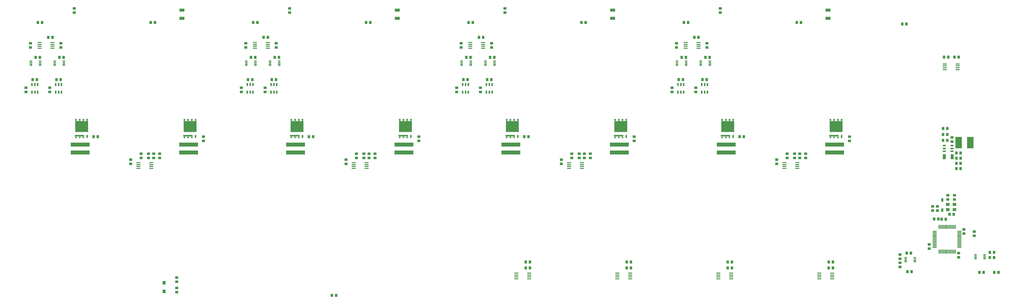
<source format=gbr>
G04 EAGLE Gerber RS-274X export*
G75*
%MOMM*%
%FSLAX34Y34*%
%LPD*%
%INSolderpaste Top*%
%IPPOS*%
%AMOC8*
5,1,8,0,0,1.08239X$1,22.5*%
G01*
%ADD10R,1.041400X0.812800*%
%ADD11R,0.812800X1.041400*%
%ADD12R,1.780000X1.070000*%
%ADD13R,1.070000X1.780000*%
%ADD14R,0.800000X1.150000*%
%ADD15R,1.120000X1.240000*%
%ADD16R,1.050000X0.550000*%
%ADD17R,0.850000X0.300000*%
%ADD18R,1.400000X0.450000*%
%ADD19R,0.300000X1.475000*%
%ADD20R,1.475000X0.300000*%
%ADD21R,2.300000X4.000000*%
%ADD22R,0.550000X1.050000*%
%ADD23R,0.500000X0.500000*%
%ADD24R,0.500000X1.100000*%
%ADD25R,0.600000X0.800000*%
%ADD26R,4.410000X3.750000*%
%ADD27R,3.200000X0.600000*%
%ADD28R,6.500000X1.350000*%
%ADD29R,1.300000X1.100000*%


D10*
X3014980Y192621D03*
X3014980Y178219D03*
D11*
X3208439Y487680D03*
X3222841Y487680D03*
X102019Y937260D03*
X116421Y937260D03*
X1735239Y147320D03*
X1749641Y147320D03*
D10*
X190500Y1021499D03*
X190500Y1035901D03*
D12*
X558800Y1029600D03*
X558800Y1002400D03*
D11*
X1735239Y167640D03*
X1749641Y167640D03*
X58839Y868680D03*
X73241Y868680D03*
D10*
X444500Y523659D03*
X444500Y538061D03*
D11*
X140119Y868680D03*
X154521Y868680D03*
X3208439Y505460D03*
X3222841Y505460D03*
D10*
X3215640Y183299D03*
X3215640Y197701D03*
X3233420Y264579D03*
X3233420Y278981D03*
X3126740Y357721D03*
X3126740Y343319D03*
X3201416Y395821D03*
X3201416Y381419D03*
X3178810Y396075D03*
X3178810Y381673D03*
D11*
X3038259Y198120D03*
X3052661Y198120D03*
X3172041Y313944D03*
X3157639Y313944D03*
D10*
X3115564Y213271D03*
X3115564Y227673D03*
D11*
X3337141Y200660D03*
X3322739Y200660D03*
X1072299Y53340D03*
X1086701Y53340D03*
D10*
X3192780Y579539D03*
X3192780Y593941D03*
D13*
X3166480Y528320D03*
X3193680Y528320D03*
D11*
X3215729Y868934D03*
X3201327Y868934D03*
X3165767Y868934D03*
X3180169Y868934D03*
X3162719Y604520D03*
X3177121Y604520D03*
X3208439Y541020D03*
X3222841Y541020D03*
X3208439Y523240D03*
X3222841Y523240D03*
D14*
X3159760Y379958D03*
X3159760Y344958D03*
D15*
X497840Y66280D03*
X497840Y96280D03*
D16*
X3167080Y565760D03*
X3167080Y556260D03*
X3167080Y546760D03*
X3193080Y546760D03*
X3193080Y556260D03*
X3193080Y565760D03*
D17*
X42670Y855860D03*
X42670Y850860D03*
X42670Y845860D03*
X42670Y840860D03*
X74170Y840860D03*
X74170Y845860D03*
X74170Y850860D03*
X74170Y855860D03*
D18*
X1702660Y129130D03*
X1702660Y122630D03*
X1702660Y116130D03*
X1702660Y109630D03*
X1746660Y109630D03*
X1746660Y116130D03*
X1746660Y122630D03*
X1746660Y129130D03*
X71980Y919070D03*
X71980Y912570D03*
X71980Y906070D03*
X71980Y899570D03*
X115980Y899570D03*
X115980Y906070D03*
X115980Y912570D03*
X115980Y919070D03*
X409800Y507590D03*
X409800Y501090D03*
X409800Y494590D03*
X409800Y488090D03*
X453800Y488090D03*
X453800Y494590D03*
X453800Y501090D03*
X453800Y507590D03*
D17*
X123950Y855860D03*
X123950Y850860D03*
X123950Y845860D03*
X123950Y840860D03*
X155450Y840860D03*
X155450Y845860D03*
X155450Y850860D03*
X155450Y855860D03*
D18*
X3168748Y845664D03*
X3168748Y839164D03*
X3168748Y832664D03*
X3168748Y826164D03*
X3212748Y826164D03*
X3212748Y832664D03*
X3212748Y839164D03*
X3212748Y845664D03*
D17*
X3066290Y167760D03*
X3066290Y172760D03*
X3066290Y177760D03*
X3066290Y182760D03*
X3034790Y182760D03*
X3034790Y177760D03*
X3034790Y172760D03*
X3034790Y167760D03*
D19*
X3203988Y287272D03*
X3198988Y287272D03*
X3193988Y287272D03*
X3188988Y287272D03*
X3183988Y287272D03*
X3178988Y287272D03*
X3173988Y287272D03*
X3168988Y287272D03*
X3163988Y287272D03*
X3158988Y287272D03*
X3153988Y287272D03*
X3148988Y287272D03*
D20*
X3134108Y272392D03*
X3134108Y267392D03*
X3134108Y262392D03*
X3134108Y257392D03*
X3134108Y252392D03*
X3134108Y247392D03*
X3134108Y242392D03*
X3134108Y237392D03*
X3134108Y232392D03*
X3134108Y227392D03*
X3134108Y222392D03*
X3134108Y217392D03*
D19*
X3148988Y202512D03*
X3153988Y202512D03*
X3158988Y202512D03*
X3163988Y202512D03*
X3168988Y202512D03*
X3173988Y202512D03*
X3178988Y202512D03*
X3183988Y202512D03*
X3188988Y202512D03*
X3193988Y202512D03*
X3198988Y202512D03*
X3203988Y202512D03*
D20*
X3218868Y217392D03*
X3218868Y222392D03*
X3218868Y227392D03*
X3218868Y232392D03*
X3218868Y237392D03*
X3218868Y242392D03*
X3218868Y247392D03*
X3218868Y252392D03*
X3218868Y257392D03*
X3218868Y262392D03*
X3218868Y267392D03*
X3218868Y272392D03*
D17*
X3273550Y192920D03*
X3273550Y187920D03*
X3273550Y182920D03*
X3273550Y177920D03*
X3305050Y177920D03*
X3305050Y182920D03*
X3305050Y187920D03*
X3305050Y192920D03*
D21*
X3215960Y576580D03*
X3255960Y576580D03*
D22*
X46380Y749000D03*
X55880Y749000D03*
X65380Y749000D03*
X65380Y775000D03*
X55880Y775000D03*
X46380Y775000D03*
D23*
X196850Y594090D03*
X209550Y594090D03*
X222250Y594090D03*
D24*
X234950Y597090D03*
D25*
X234950Y654090D03*
X222250Y654090D03*
X209550Y654090D03*
X196850Y654090D03*
D26*
X215900Y631340D03*
D27*
X208750Y599590D03*
D22*
X127660Y749000D03*
X137160Y749000D03*
X146660Y749000D03*
X146660Y775000D03*
X137160Y775000D03*
X127660Y775000D03*
D23*
X567690Y594090D03*
X580390Y594090D03*
X593090Y594090D03*
D24*
X605790Y597090D03*
D25*
X605790Y654090D03*
X593090Y654090D03*
X580390Y654090D03*
X567690Y654090D03*
D26*
X586740Y631340D03*
D27*
X579590Y599590D03*
D11*
X3162719Y624840D03*
X3177121Y624840D03*
D10*
X3268980Y271361D03*
X3268980Y256959D03*
X383540Y503339D03*
X383540Y517741D03*
X40640Y902119D03*
X40640Y916521D03*
D11*
X63081Y792480D03*
X48679Y792480D03*
X66459Y988060D03*
X80861Y988060D03*
D10*
X25400Y764121D03*
X25400Y749719D03*
D11*
X271361Y596900D03*
X256959Y596900D03*
D28*
X210820Y542760D03*
X210820Y569760D03*
D10*
X419100Y523659D03*
X419100Y538061D03*
D11*
X3023019Y982980D03*
X3037421Y982980D03*
D10*
X144780Y902119D03*
X144780Y916521D03*
D11*
X144361Y792480D03*
X129959Y792480D03*
X452539Y988060D03*
X466941Y988060D03*
D10*
X106680Y764121D03*
X106680Y749719D03*
X632460Y582079D03*
X632460Y596481D03*
D28*
X581660Y542760D03*
X581660Y569760D03*
D11*
X3322739Y182880D03*
X3337141Y182880D03*
D10*
X541020Y78321D03*
X541020Y63919D03*
X541020Y113881D03*
X541020Y99479D03*
D11*
X3162719Y584200D03*
X3177121Y584200D03*
X3337979Y132080D03*
X3352381Y132080D03*
D10*
X3143504Y357975D03*
X3143504Y343573D03*
D11*
X3287179Y132080D03*
X3301581Y132080D03*
D10*
X3014980Y150279D03*
X3014980Y164681D03*
D11*
X3040799Y134620D03*
X3055201Y134620D03*
X3184817Y330454D03*
X3199219Y330454D03*
X3146133Y314452D03*
X3131731Y314452D03*
D29*
X3178740Y346600D03*
X3201740Y346600D03*
X3201740Y364600D03*
X3178740Y364600D03*
D10*
X462280Y523659D03*
X462280Y538061D03*
X482600Y523659D03*
X482600Y538061D03*
D11*
X838619Y937260D03*
X853021Y937260D03*
X2080679Y147320D03*
X2095081Y147320D03*
D10*
X927100Y1021499D03*
X927100Y1035901D03*
D12*
X1295400Y1029600D03*
X1295400Y1002400D03*
D11*
X2080679Y167640D03*
X2095081Y167640D03*
X795439Y868680D03*
X809841Y868680D03*
D10*
X1181100Y523659D03*
X1181100Y538061D03*
D11*
X876719Y868680D03*
X891121Y868680D03*
D17*
X779270Y855860D03*
X779270Y850860D03*
X779270Y845860D03*
X779270Y840860D03*
X810770Y840860D03*
X810770Y845860D03*
X810770Y850860D03*
X810770Y855860D03*
D18*
X2048100Y129130D03*
X2048100Y122630D03*
X2048100Y116130D03*
X2048100Y109630D03*
X2092100Y109630D03*
X2092100Y116130D03*
X2092100Y122630D03*
X2092100Y129130D03*
X808580Y919070D03*
X808580Y912570D03*
X808580Y906070D03*
X808580Y899570D03*
X852580Y899570D03*
X852580Y906070D03*
X852580Y912570D03*
X852580Y919070D03*
X1146400Y507590D03*
X1146400Y501090D03*
X1146400Y494590D03*
X1146400Y488090D03*
X1190400Y488090D03*
X1190400Y494590D03*
X1190400Y501090D03*
X1190400Y507590D03*
D17*
X860550Y855860D03*
X860550Y850860D03*
X860550Y845860D03*
X860550Y840860D03*
X892050Y840860D03*
X892050Y845860D03*
X892050Y850860D03*
X892050Y855860D03*
D22*
X782980Y749000D03*
X792480Y749000D03*
X801980Y749000D03*
X801980Y775000D03*
X792480Y775000D03*
X782980Y775000D03*
D23*
X933450Y594090D03*
X946150Y594090D03*
X958850Y594090D03*
D24*
X971550Y597090D03*
D25*
X971550Y654090D03*
X958850Y654090D03*
X946150Y654090D03*
X933450Y654090D03*
D26*
X952500Y631340D03*
D27*
X945350Y599590D03*
D22*
X864260Y749000D03*
X873760Y749000D03*
X883260Y749000D03*
X883260Y775000D03*
X873760Y775000D03*
X864260Y775000D03*
D23*
X1304290Y594090D03*
X1316990Y594090D03*
X1329690Y594090D03*
D24*
X1342390Y597090D03*
D25*
X1342390Y654090D03*
X1329690Y654090D03*
X1316990Y654090D03*
X1304290Y654090D03*
D26*
X1323340Y631340D03*
D27*
X1316190Y599590D03*
D10*
X1120140Y503339D03*
X1120140Y517741D03*
X777240Y902119D03*
X777240Y916521D03*
D11*
X799681Y792480D03*
X785279Y792480D03*
X803059Y988060D03*
X817461Y988060D03*
D10*
X762000Y764121D03*
X762000Y749719D03*
D11*
X1007961Y596900D03*
X993559Y596900D03*
D28*
X947420Y542760D03*
X947420Y569760D03*
D10*
X1155700Y523659D03*
X1155700Y538061D03*
X881380Y902119D03*
X881380Y916521D03*
D11*
X880961Y792480D03*
X866559Y792480D03*
X1189139Y988060D03*
X1203541Y988060D03*
D10*
X843280Y764121D03*
X843280Y749719D03*
X1369060Y582079D03*
X1369060Y596481D03*
D28*
X1318260Y542760D03*
X1318260Y569760D03*
D10*
X1198880Y523659D03*
X1198880Y538061D03*
X1219200Y523659D03*
X1219200Y538061D03*
D11*
X1575219Y937260D03*
X1589621Y937260D03*
X2426119Y147320D03*
X2440521Y147320D03*
D10*
X1663700Y1021499D03*
X1663700Y1035901D03*
D12*
X2032000Y1029600D03*
X2032000Y1002400D03*
D11*
X2426119Y167640D03*
X2440521Y167640D03*
X1532039Y868680D03*
X1546441Y868680D03*
D10*
X1917700Y523659D03*
X1917700Y538061D03*
D11*
X1613319Y868680D03*
X1627721Y868680D03*
D17*
X1515870Y855860D03*
X1515870Y850860D03*
X1515870Y845860D03*
X1515870Y840860D03*
X1547370Y840860D03*
X1547370Y845860D03*
X1547370Y850860D03*
X1547370Y855860D03*
D18*
X2393540Y129130D03*
X2393540Y122630D03*
X2393540Y116130D03*
X2393540Y109630D03*
X2437540Y109630D03*
X2437540Y116130D03*
X2437540Y122630D03*
X2437540Y129130D03*
X1545180Y919070D03*
X1545180Y912570D03*
X1545180Y906070D03*
X1545180Y899570D03*
X1589180Y899570D03*
X1589180Y906070D03*
X1589180Y912570D03*
X1589180Y919070D03*
X1883000Y507590D03*
X1883000Y501090D03*
X1883000Y494590D03*
X1883000Y488090D03*
X1927000Y488090D03*
X1927000Y494590D03*
X1927000Y501090D03*
X1927000Y507590D03*
D17*
X1597150Y855860D03*
X1597150Y850860D03*
X1597150Y845860D03*
X1597150Y840860D03*
X1628650Y840860D03*
X1628650Y845860D03*
X1628650Y850860D03*
X1628650Y855860D03*
D22*
X1519580Y749000D03*
X1529080Y749000D03*
X1538580Y749000D03*
X1538580Y775000D03*
X1529080Y775000D03*
X1519580Y775000D03*
D23*
X1670050Y594090D03*
X1682750Y594090D03*
X1695450Y594090D03*
D24*
X1708150Y597090D03*
D25*
X1708150Y654090D03*
X1695450Y654090D03*
X1682750Y654090D03*
X1670050Y654090D03*
D26*
X1689100Y631340D03*
D27*
X1681950Y599590D03*
D22*
X1600860Y749000D03*
X1610360Y749000D03*
X1619860Y749000D03*
X1619860Y775000D03*
X1610360Y775000D03*
X1600860Y775000D03*
D23*
X2040890Y594090D03*
X2053590Y594090D03*
X2066290Y594090D03*
D24*
X2078990Y597090D03*
D25*
X2078990Y654090D03*
X2066290Y654090D03*
X2053590Y654090D03*
X2040890Y654090D03*
D26*
X2059940Y631340D03*
D27*
X2052790Y599590D03*
D10*
X1856740Y503339D03*
X1856740Y517741D03*
X1513840Y902119D03*
X1513840Y916521D03*
D11*
X1536281Y792480D03*
X1521879Y792480D03*
X1539659Y988060D03*
X1554061Y988060D03*
D10*
X1498600Y764121D03*
X1498600Y749719D03*
D11*
X1744561Y596900D03*
X1730159Y596900D03*
D28*
X1684020Y542760D03*
X1684020Y569760D03*
D10*
X1892300Y523659D03*
X1892300Y538061D03*
X1617980Y902119D03*
X1617980Y916521D03*
D11*
X1617561Y792480D03*
X1603159Y792480D03*
X1925739Y988060D03*
X1940141Y988060D03*
D10*
X1579880Y764121D03*
X1579880Y749719D03*
X2105660Y582079D03*
X2105660Y596481D03*
D28*
X2054860Y542760D03*
X2054860Y569760D03*
D10*
X1935480Y523659D03*
X1935480Y538061D03*
X1955800Y523659D03*
X1955800Y538061D03*
D11*
X2311819Y937260D03*
X2326221Y937260D03*
X2771559Y147320D03*
X2785961Y147320D03*
D10*
X2400300Y1021499D03*
X2400300Y1035901D03*
D12*
X2768600Y1029600D03*
X2768600Y1002400D03*
D11*
X2771559Y167640D03*
X2785961Y167640D03*
X2268639Y868680D03*
X2283041Y868680D03*
D10*
X2654300Y523659D03*
X2654300Y538061D03*
D11*
X2349919Y868680D03*
X2364321Y868680D03*
D17*
X2252470Y855860D03*
X2252470Y850860D03*
X2252470Y845860D03*
X2252470Y840860D03*
X2283970Y840860D03*
X2283970Y845860D03*
X2283970Y850860D03*
X2283970Y855860D03*
D18*
X2738980Y129130D03*
X2738980Y122630D03*
X2738980Y116130D03*
X2738980Y109630D03*
X2782980Y109630D03*
X2782980Y116130D03*
X2782980Y122630D03*
X2782980Y129130D03*
X2281780Y919070D03*
X2281780Y912570D03*
X2281780Y906070D03*
X2281780Y899570D03*
X2325780Y899570D03*
X2325780Y906070D03*
X2325780Y912570D03*
X2325780Y919070D03*
X2619600Y507590D03*
X2619600Y501090D03*
X2619600Y494590D03*
X2619600Y488090D03*
X2663600Y488090D03*
X2663600Y494590D03*
X2663600Y501090D03*
X2663600Y507590D03*
D17*
X2333750Y855860D03*
X2333750Y850860D03*
X2333750Y845860D03*
X2333750Y840860D03*
X2365250Y840860D03*
X2365250Y845860D03*
X2365250Y850860D03*
X2365250Y855860D03*
D22*
X2256180Y749000D03*
X2265680Y749000D03*
X2275180Y749000D03*
X2275180Y775000D03*
X2265680Y775000D03*
X2256180Y775000D03*
D23*
X2406650Y594090D03*
X2419350Y594090D03*
X2432050Y594090D03*
D24*
X2444750Y597090D03*
D25*
X2444750Y654090D03*
X2432050Y654090D03*
X2419350Y654090D03*
X2406650Y654090D03*
D26*
X2425700Y631340D03*
D27*
X2418550Y599590D03*
D22*
X2337460Y749000D03*
X2346960Y749000D03*
X2356460Y749000D03*
X2356460Y775000D03*
X2346960Y775000D03*
X2337460Y775000D03*
D23*
X2777490Y594090D03*
X2790190Y594090D03*
X2802890Y594090D03*
D24*
X2815590Y597090D03*
D25*
X2815590Y654090D03*
X2802890Y654090D03*
X2790190Y654090D03*
X2777490Y654090D03*
D26*
X2796540Y631340D03*
D27*
X2789390Y599590D03*
D10*
X2593340Y503339D03*
X2593340Y517741D03*
X2250440Y902119D03*
X2250440Y916521D03*
D11*
X2272881Y792480D03*
X2258479Y792480D03*
X2276259Y988060D03*
X2290661Y988060D03*
D10*
X2235200Y764121D03*
X2235200Y749719D03*
D11*
X2481161Y596900D03*
X2466759Y596900D03*
D28*
X2420620Y542760D03*
X2420620Y569760D03*
D10*
X2628900Y523659D03*
X2628900Y538061D03*
X2354580Y902119D03*
X2354580Y916521D03*
D11*
X2354161Y792480D03*
X2339759Y792480D03*
X2662339Y988060D03*
X2676741Y988060D03*
D10*
X2316480Y764121D03*
X2316480Y749719D03*
X2842260Y582079D03*
X2842260Y596481D03*
D28*
X2791460Y542760D03*
X2791460Y569760D03*
D10*
X2672080Y523659D03*
X2672080Y538061D03*
X2692400Y523659D03*
X2692400Y538061D03*
M02*

</source>
